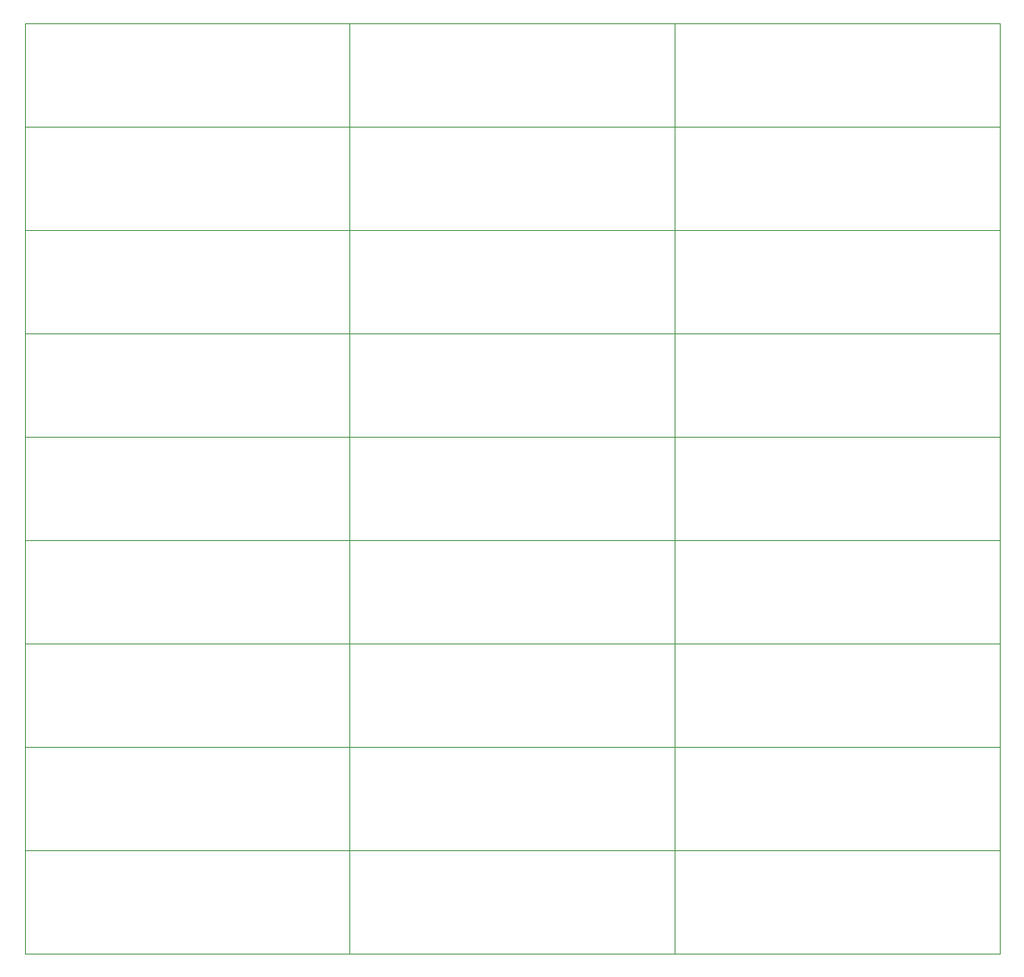
<source format=gbr>
G04 #@! TF.GenerationSoftware,KiCad,Pcbnew,(5.1.2)-2*
G04 #@! TF.CreationDate,2019-09-09T20:55:07+02:00*
G04 #@! TF.ProjectId,solenoid-board-panel,736f6c65-6e6f-4696-942d-626f6172642d,rev?*
G04 #@! TF.SameCoordinates,Original*
G04 #@! TF.FileFunction,Profile,NP*
%FSLAX46Y46*%
G04 Gerber Fmt 4.6, Leading zero omitted, Abs format (unit mm)*
G04 Created by KiCad (PCBNEW (5.1.2)-2) date 2019-09-09 20:55:07*
%MOMM*%
%LPD*%
G04 APERTURE LIST*
%ADD10C,0.050000*%
G04 APERTURE END LIST*
D10*
X109000000Y-94000000D02*
X76000000Y-94000000D01*
X76000000Y-94000000D02*
X43000000Y-94000000D01*
X43000000Y-94000000D02*
X10000000Y-94000000D01*
X109000000Y-83500000D02*
X76000000Y-83500000D01*
X76000000Y-83500000D02*
X43000000Y-83500000D01*
X43000000Y-83500000D02*
X10000000Y-83500000D01*
X109000000Y-73000000D02*
X76000000Y-73000000D01*
X76000000Y-73000000D02*
X43000000Y-73000000D01*
X43000000Y-73000000D02*
X10000000Y-73000000D01*
X109000000Y-62500000D02*
X76000000Y-62500000D01*
X76000000Y-62500000D02*
X43000000Y-62500000D01*
X43000000Y-62500000D02*
X10000000Y-62500000D01*
X109000000Y-52000000D02*
X76000000Y-52000000D01*
X76000000Y-52000000D02*
X43000000Y-52000000D01*
X43000000Y-52000000D02*
X10000000Y-52000000D01*
X109000000Y-41500000D02*
X76000000Y-41500000D01*
X76000000Y-41500000D02*
X43000000Y-41500000D01*
X43000000Y-41500000D02*
X10000000Y-41500000D01*
X109000000Y-31000000D02*
X76000000Y-31000000D01*
X76000000Y-31000000D02*
X43000000Y-31000000D01*
X43000000Y-31000000D02*
X10000000Y-31000000D01*
X109000000Y-20500000D02*
X76000000Y-20500000D01*
X76000000Y-20500000D02*
X43000000Y-20500000D01*
X43000000Y-20500000D02*
X10000000Y-20500000D01*
X109000000Y-10000000D02*
X76000000Y-10000000D01*
X76000000Y-10000000D02*
X43000000Y-10000000D01*
X76000000Y-94000000D02*
X76000000Y-104500000D01*
X43000000Y-94000000D02*
X43000000Y-104500000D01*
X10000000Y-94000000D02*
X10000000Y-104500000D01*
X76000000Y-83500000D02*
X76000000Y-94000000D01*
X43000000Y-83500000D02*
X43000000Y-94000000D01*
X10000000Y-83500000D02*
X10000000Y-94000000D01*
X76000000Y-73000000D02*
X76000000Y-83500000D01*
X43000000Y-73000000D02*
X43000000Y-83500000D01*
X10000000Y-73000000D02*
X10000000Y-83500000D01*
X76000000Y-62500000D02*
X76000000Y-73000000D01*
X43000000Y-62500000D02*
X43000000Y-73000000D01*
X10000000Y-62500000D02*
X10000000Y-73000000D01*
X76000000Y-52000000D02*
X76000000Y-62500000D01*
X43000000Y-52000000D02*
X43000000Y-62500000D01*
X10000000Y-52000000D02*
X10000000Y-62500000D01*
X76000000Y-41500000D02*
X76000000Y-52000000D01*
X43000000Y-41500000D02*
X43000000Y-52000000D01*
X10000000Y-41500000D02*
X10000000Y-52000000D01*
X76000000Y-31000000D02*
X76000000Y-41500000D01*
X43000000Y-31000000D02*
X43000000Y-41500000D01*
X10000000Y-31000000D02*
X10000000Y-41500000D01*
X76000000Y-20500000D02*
X76000000Y-31000000D01*
X43000000Y-20500000D02*
X43000000Y-31000000D01*
X10000000Y-20500000D02*
X10000000Y-31000000D01*
X76000000Y-10000000D02*
X76000000Y-20500000D01*
X43000000Y-10000000D02*
X43000000Y-20500000D01*
X109000000Y-104500000D02*
X109000000Y-94000000D01*
X76000000Y-104500000D02*
X76000000Y-94000000D01*
X43000000Y-104500000D02*
X43000000Y-94000000D01*
X109000000Y-94000000D02*
X109000000Y-83500000D01*
X76000000Y-94000000D02*
X76000000Y-83500000D01*
X43000000Y-94000000D02*
X43000000Y-83500000D01*
X109000000Y-83500000D02*
X109000000Y-73000000D01*
X76000000Y-83500000D02*
X76000000Y-73000000D01*
X43000000Y-83500000D02*
X43000000Y-73000000D01*
X109000000Y-73000000D02*
X109000000Y-62500000D01*
X76000000Y-73000000D02*
X76000000Y-62500000D01*
X43000000Y-73000000D02*
X43000000Y-62500000D01*
X109000000Y-62500000D02*
X109000000Y-52000000D01*
X76000000Y-62500000D02*
X76000000Y-52000000D01*
X43000000Y-62500000D02*
X43000000Y-52000000D01*
X109000000Y-52000000D02*
X109000000Y-41500000D01*
X76000000Y-52000000D02*
X76000000Y-41500000D01*
X43000000Y-52000000D02*
X43000000Y-41500000D01*
X109000000Y-41500000D02*
X109000000Y-31000000D01*
X76000000Y-41500000D02*
X76000000Y-31000000D01*
X43000000Y-41500000D02*
X43000000Y-31000000D01*
X109000000Y-31000000D02*
X109000000Y-20500000D01*
X76000000Y-31000000D02*
X76000000Y-20500000D01*
X43000000Y-31000000D02*
X43000000Y-20500000D01*
X109000000Y-20500000D02*
X109000000Y-10000000D01*
X76000000Y-20500000D02*
X76000000Y-10000000D01*
X76000000Y-104500000D02*
X109000000Y-104500000D01*
X43000000Y-104500000D02*
X76000000Y-104500000D01*
X10000000Y-104500000D02*
X43000000Y-104500000D01*
X76000000Y-94000000D02*
X109000000Y-94000000D01*
X43000000Y-94000000D02*
X76000000Y-94000000D01*
X10000000Y-94000000D02*
X43000000Y-94000000D01*
X76000000Y-83500000D02*
X109000000Y-83500000D01*
X43000000Y-83500000D02*
X76000000Y-83500000D01*
X10000000Y-83500000D02*
X43000000Y-83500000D01*
X76000000Y-73000000D02*
X109000000Y-73000000D01*
X43000000Y-73000000D02*
X76000000Y-73000000D01*
X10000000Y-73000000D02*
X43000000Y-73000000D01*
X76000000Y-62500000D02*
X109000000Y-62500000D01*
X43000000Y-62500000D02*
X76000000Y-62500000D01*
X10000000Y-62500000D02*
X43000000Y-62500000D01*
X76000000Y-52000000D02*
X109000000Y-52000000D01*
X43000000Y-52000000D02*
X76000000Y-52000000D01*
X10000000Y-52000000D02*
X43000000Y-52000000D01*
X76000000Y-41500000D02*
X109000000Y-41500000D01*
X43000000Y-41500000D02*
X76000000Y-41500000D01*
X10000000Y-41500000D02*
X43000000Y-41500000D01*
X76000000Y-31000000D02*
X109000000Y-31000000D01*
X43000000Y-31000000D02*
X76000000Y-31000000D01*
X10000000Y-31000000D02*
X43000000Y-31000000D01*
X76000000Y-20500000D02*
X109000000Y-20500000D01*
X43000000Y-20500000D02*
X76000000Y-20500000D01*
X43000000Y-10000000D02*
X10000000Y-10000000D01*
X43000000Y-20500000D02*
X43000000Y-10000000D01*
X10000000Y-20500000D02*
X43000000Y-20500000D01*
X10000000Y-10000000D02*
X10000000Y-20500000D01*
M02*

</source>
